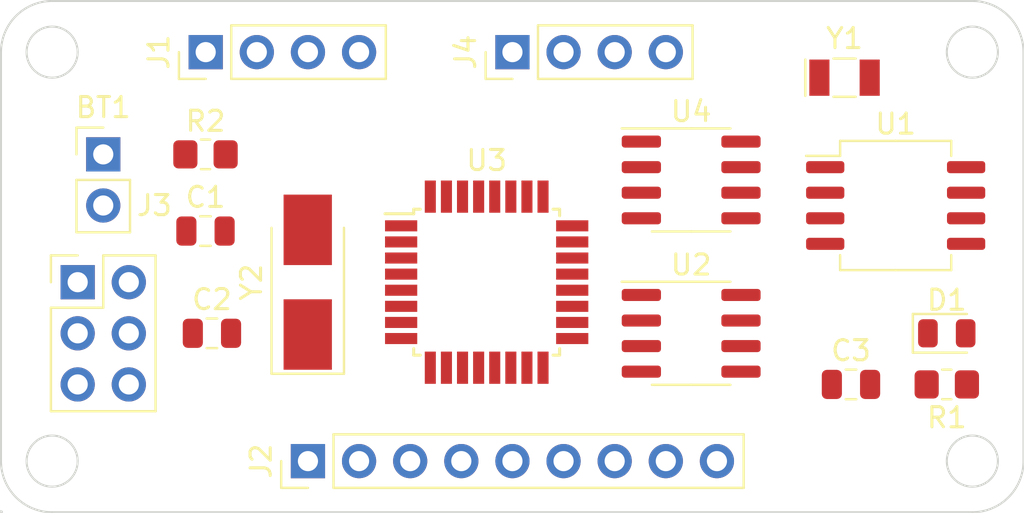
<source format=kicad_pcb>
(kicad_pcb (version 20211014) (generator pcbnew)
  (title_block (title "Arduino clone with external EEPROM") (date "2022-05-11") (rev "1") (company "GM Industries") (comment 1 "Designed by Giddie"))
  (layers (0 "F.Cu" signal) (1 "In1.Cu" power) (2 "In2.Cu" power) (31 "B.Cu" signal) (34 "B.Paste" user) (35 "F.Paste" user) (36 "B.SilkS" user "B.Silkscreen") (37 "F.SilkS" user "F.Silkscreen") (38 "B.Mask" user) (39 "F.Mask" user) (44 "Edge.Cuts" user))
  (net 0 "")
  (net 1 "/VCC")
  (net 2 "GNDPWR")
  (net 3 "Net-(C1-Pad2)")
  (net 4 "Net-(C2-Pad2)")
  (net 5 "Net-(D1-Pad1)")
  (net 6 "/SDA")
  (net 7 "/RX")
  (net 8 "/TX")
  (net 9 "/D2")
  (net 10 "/D3")
  (net 11 "/D4")
  (net 12 "/D5")
  (net 13 "/D6")
  (net 14 "/D7")
  (net 15 "/D8")
  (net 16 "/MISO")
  (net 17 "/SCK")
  (net 18 "/MOSI")
  (net 19 "/RESET")
  (net 20 "Net-(U1-Pad1)")
  (net 21 "Net-(U1-Pad2)")
  (net 23 "/ADDR1")
  (net 24 "/ADDR2")
  (footprint "Capacitor_SMD:C_0805_2012Metric" (layer "F.Cu") (at 136.21 97.79)
    (fp_text reference "C3" (at 0 -1.68) (layer "F.SilkS"))
    (fp_text value "10uF")
    (fp_line (start -0.261252 -0.735) (end 0.261252 -0.735) (layer "F.SilkS") (width 0.12))
    (fp_line (start -0.261252 0.735) (end 0.261252 0.735) (layer "F.SilkS") (width 0.12))
    (pad "1" smd roundrect locked (at -0.95 0) (size 1 1.45) (layers "F.Cu" "F.Paste" "F.Mask") (net 1 "/VCC"))
    (pad "2" smd roundrect locked (at 0.95 0) (size 1 1.45) (layers "F.Cu" "F.Paste" "F.Mask") (net 2 "GNDPWR"))
  )
  (footprint "Connector_PinHeader_2.54mm:PinHeader_1x04_P2.54mm_Vertical" (layer "F.Cu") (at 104.15 81.28 90)
    (fp_text reference "J1" (at 0 -2.33 90) (layer "F.SilkS"))
    (fp_text value "Serial")
    (fp_line (start -1.33 8.95) (end 1.33 8.95) (layer "F.SilkS") (width 0.12))
    (fp_line (start 1.33 1.27) (end 1.33 8.95) (layer "F.SilkS") (width 0.12))
    (fp_line (start -1.33 1.27) (end 1.33 1.27) (layer "F.SilkS") (width 0.12))
    (fp_line (start -1.33 1.27) (end -1.33 8.95) (layer "F.SilkS") (width 0.12))
    (fp_line (start -1.33 0) (end -1.33 -1.33) (layer "F.SilkS") (width 0.12))
    (fp_line (start -1.33 -1.33) (end 0 -1.33) (layer "F.SilkS") (width 0.12))
    (pad "1" thru_hole rect locked (at 0 0 90) (size 1.7 1.7) (drill 1) (layers *.Cu *.Mask) (net 2 "GNDPWR"))
    (pad "2" thru_hole oval locked (at 0 2.54 90) (size 1.7 1.7) (drill 1) (layers *.Cu *.Mask) (net 1 "/VCC"))
    (pad "3" thru_hole oval locked (at 0 5.08 90) (size 1.7 1.7) (drill 1) (layers *.Cu *.Mask) (net 7 "/RX"))
    (pad "4" thru_hole oval locked (at 0 7.62 90) (size 1.7 1.7) (drill 1) (layers *.Cu *.Mask) (net 8 "/TX"))
  )
  (footprint "LED_SMD:LED_0805_2012Metric" (layer "F.Cu") (at 140.97 95.25)
    (fp_text reference "D1" (at 0 -1.65) (layer "F.SilkS"))
    (fp_text value "LED")
    (fp_line (start -1.685 0.96) (end 1 0.96) (layer "F.SilkS") (width 0.12))
    (fp_line (start -1.685 -0.96) (end -1.685 0.96) (layer "F.SilkS") (width 0.12))
    (fp_line (start 1 -0.96) (end -1.685 -0.96) (layer "F.SilkS") (width 0.12))
    (pad "1" smd roundrect locked (at -0.9375 0) (size 0.975 1.4) (layers "F.Cu" "F.Paste" "F.Mask") (net 5 "Net-(D1-Pad1)"))
    (pad "2" smd roundrect locked (at 0.9375 0) (size 0.975 1.4) (layers "F.Cu" "F.Paste" "F.Mask") (net 6 "/SDA"))
  )
  (footprint "Resistor_SMD:R_0805_2012Metric_Pad1.20x1.40mm_HandSolder" (layer "F.Cu") (at 104.14 86.36)
    (fp_text reference "R2" (at 0 -1.65) (layer "F.SilkS"))
    (fp_text value "10k")
    (fp_line (start -0.227064 0.735) (end 0.227064 0.735) (layer "F.SilkS") (width 0.12))
    (fp_line (start -0.227064 -0.735) (end 0.227064 -0.735) (layer "F.SilkS") (width 0.12))
    (pad "1" smd roundrect locked (at -1 0) (size 1.2 1.4) (layers "F.Cu" "F.Paste" "F.Mask") (roundrect_rratio 0.208333) (net 1 "/VCC"))
    (pad "2" smd roundrect locked (at 1 0) (size 1.2 1.4) (layers "F.Cu" "F.Paste" "F.Mask") (roundrect_rratio 0.208333) (net 19 "/RESET"))
  )
  (footprint "Connector_PinHeader_2.54mm:PinHeader_2x03_P2.54mm_Vertical" (layer "F.Cu") (at 97.79 92.71)
    (fp_text reference "J3" (at 3.81 -3.81) (layer "F.SilkS"))
    (fp_text value "ICSP")
    (fp_line (start 1.27 -1.33) (end 3.87 -1.33) (layer "F.SilkS") (width 0.12))
    (fp_line (start -1.33 1.27) (end 1.27 1.27) (layer "F.SilkS") (width 0.12))
    (fp_line (start -1.33 1.27) (end -1.33 6.41) (layer "F.SilkS") (width 0.12))
    (fp_line (start -1.33 6.41) (end 3.87 6.41) (layer "F.SilkS") (width 0.12))
    (fp_line (start 1.27 1.27) (end 1.27 -1.33) (layer "F.SilkS") (width 0.12))
    (fp_line (start -1.33 -1.33) (end 0 -1.33) (layer "F.SilkS") (width 0.12))
    (fp_line (start 3.87 -1.33) (end 3.87 6.41) (layer "F.SilkS") (width 0.12))
    (fp_line (start -1.33 0) (end -1.33 -1.33) (layer "F.SilkS") (width 0.12))
    (pad "1" thru_hole rect locked (at 0 0) (size 1.7 1.7) (drill 1) (layers *.Cu *.Mask) (net 16 "/MISO"))
    (pad "2" thru_hole oval locked (at 2.54 0) (size 1.7 1.7) (drill 1) (layers *.Cu *.Mask) (net 1 "/VCC"))
    (pad "3" thru_hole oval locked (at 0 2.54) (size 1.7 1.7) (drill 1) (layers *.Cu *.Mask) (net 17 "/SCK"))
    (pad "4" thru_hole oval locked (at 2.54 2.54) (size 1.7 1.7) (drill 1) (layers *.Cu *.Mask) (net 18 "/MOSI"))
    (pad "5" thru_hole oval locked (at 0 5.08) (size 1.7 1.7) (drill 1) (layers *.Cu *.Mask) (net 19 "/RESET"))
    (pad "6" thru_hole oval locked (at 2.54 5.08) (size 1.7 1.7) (drill 1) (layers *.Cu *.Mask) (net 2 "GNDPWR"))
  )
  (footprint "Package_SO:SOIC-8_3.9x4.9mm_P1.27mm" (layer "F.Cu") (at 128.27 95.25)
    (fp_text reference "U2" (at 0 -3.4) (layer "F.SilkS"))
    (fp_text value "24LC1025")
    (fp_line (start 0 2.56) (end -1.95 2.56) (layer "F.SilkS") (width 0.12))
    (fp_line (start 0 2.56) (end 1.95 2.56) (layer "F.SilkS") (width 0.12))
    (fp_line (start 0 -2.56) (end -3.45 -2.56) (layer "F.SilkS") (width 0.12))
    (fp_line (start 0 -2.56) (end 1.95 -2.56) (layer "F.SilkS") (width 0.12))
    (pad "1" smd roundrect locked (at -2.475 -1.905) (size 1.95 0.6) (layers "F.Cu" "F.Paste" "F.Mask") (net 23 "/ADDR1"))
    (pad "2" smd roundrect locked (at -2.475 -0.635) (size 1.95 0.6) (layers "F.Cu" "F.Paste" "F.Mask") (net 24 "/ADDR2"))
    (pad "3" smd roundrect locked (at -2.475 0.635) (size 1.95 0.6) (layers "F.Cu" "F.Paste" "F.Mask") (net 1 "/VCC"))
    (pad "4" smd roundrect locked (at -2.475 1.905) (size 1.95 0.6) (layers "F.Cu" "F.Paste" "F.Mask") (net 2 "GNDPWR"))
    (pad "5" smd roundrect locked (at 2.475 1.905) (size 1.95 0.6) (layers "F.Cu" "F.Paste" "F.Mask") (net 6 "/SDA"))
    (pad "6" smd roundrect locked (at 2.475 0.635) (size 1.95 0.6) (layers "F.Cu" "F.Paste" "F.Mask") (net 17 "/SCK"))
    (pad "7" smd roundrect locked (at 2.475 -0.635) (size 1.95 0.6) (layers "F.Cu" "F.Paste" "F.Mask") (net 2 "GNDPWR"))
    (pad "8" smd roundrect locked (at 2.475 -1.905) (size 1.95 0.6) (layers "F.Cu" "F.Paste" "F.Mask") (net 1 "/VCC"))
  )
  (footprint "Connector_PinHeader_2.54mm:PinHeader_1x09_P2.54mm_Vertical" (layer "F.Cu") (at 109.23 101.6 90)
    (fp_text reference "J2" (at 0 -2.33 90) (layer "F.SilkS"))
    (fp_text value "Digital Pins")
    (fp_line (start -1.33 21.65) (end 1.33 21.65) (layer "F.SilkS") (width 0.12))
    (fp_line (start 1.33 1.27) (end 1.33 21.65) (layer "F.SilkS") (width 0.12))
    (fp_line (start -1.33 1.27) (end 1.33 1.27) (layer "F.SilkS") (width 0.12))
    (fp_line (start -1.33 1.27) (end -1.33 21.65) (layer "F.SilkS") (width 0.12))
    (fp_line (start -1.33 0) (end -1.33 -1.33) (layer "F.SilkS") (width 0.12))
    (fp_line (start -1.33 -1.33) (end 0 -1.33) (layer "F.SilkS") (width 0.12))
    (pad "1" thru_hole rect locked (at 0 0 90) (size 1.7 1.7) (drill 1) (layers *.Cu *.Mask) (net 9 "/D2"))
    (pad "2" thru_hole oval locked (at 0 2.54 90) (size 1.7 1.7) (drill 1) (layers *.Cu *.Mask) (net 10 "/D3"))
    (pad "3" thru_hole oval locked (at 0 5.08 90) (size 1.7 1.7) (drill 1) (layers *.Cu *.Mask) (net 11 "/D4"))
    (pad "4" thru_hole oval locked (at 0 7.62 90) (size 1.7 1.7) (drill 1) (layers *.Cu *.Mask) (net 12 "/D5"))
    (pad "5" thru_hole oval locked (at 0 10.16 90) (size 1.7 1.7) (drill 1) (layers *.Cu *.Mask) (net 13 "/D6"))
    (pad "6" thru_hole oval locked (at 0 12.7 90) (size 1.7 1.7) (drill 1) (layers *.Cu *.Mask) (net 14 "/D7"))
    (pad "7" thru_hole oval locked (at 0 15.24 90) (size 1.7 1.7) (drill 1) (layers *.Cu *.Mask) (net 15 "/D8"))
    (pad "8" thru_hole oval locked (at 0 17.78 90) (size 1.7 1.7) (drill 1) (layers *.Cu *.Mask) (net 2 "GNDPWR"))
    (pad "9" thru_hole oval locked (at 0 20.32 90) (size 1.7 1.7) (drill 1) (layers *.Cu *.Mask) (net 1 "/VCC"))
  )
  (footprint "Capacitor_SMD:C_0805_2012Metric" (layer "F.Cu") (at 104.46 95.25)
    (fp_text reference "C2" (at 0 -1.68) (layer "F.SilkS"))
    (fp_text value "220pF")
    (fp_line (start -0.261252 0.735) (end 0.261252 0.735) (layer "F.SilkS") (width 0.12))
    (fp_line (start -0.261252 -0.735) (end 0.261252 -0.735) (layer "F.SilkS") (width 0.12))
    (pad "1" smd roundrect locked (at -0.95 0) (size 1 1.45) (layers "F.Cu" "F.Paste" "F.Mask") (net 2 "GNDPWR"))
    (pad "2" smd roundrect locked (at 0.95 0) (size 1 1.45) (layers "F.Cu" "F.Paste" "F.Mask") (net 4 "Net-(C2-Pad2)"))
  )
  (footprint "Connector_PinHeader_2.54mm:PinHeader_1x02_P2.54mm_Vertical" (layer "F.Cu") (at 99.06 86.36)
    (fp_text reference "BT1" (at 0 -2.33) (layer "F.SilkS"))
    (fp_text value "Battery 3V")
    (fp_line (start -1.33 1.27) (end -1.33 3.87) (layer "F.SilkS") (width 0.12))
    (fp_line (start -1.33 -1.33) (end 0 -1.33) (layer "F.SilkS") (width 0.12))
    (fp_line (start 1.33 1.27) (end 1.33 3.87) (layer "F.SilkS") (width 0.12))
    (fp_line (start -1.33 3.87) (end 1.33 3.87) (layer "F.SilkS") (width 0.12))
    (fp_line (start -1.33 1.27) (end 1.33 1.27) (layer "F.SilkS") (width 0.12))
    (fp_line (start -1.33 0) (end -1.33 -1.33) (layer "F.SilkS") (width 0.12))
    (pad "1" thru_hole rect locked (at 0 0) (size 1.7 1.7) (drill 1) (layers *.Cu *.Mask) (net 1 "/VCC"))
    (pad "2" thru_hole oval locked (at 0 2.54) (size 1.7 1.7) (drill 1) (layers *.Cu *.Mask) (net 2 "GNDPWR"))
  )
  (footprint "Package_SO:SO-8_5.3x6.2mm_P1.27mm" (layer "F.Cu") (at 138.43 88.9)
    (fp_text reference "U1" (at 0 -4.05) (layer "F.SilkS"))
    (fp_text value "DS1337_GM")
    (fp_line (start -2.76 3.21) (end -2.76 2.465) (layer "F.SilkS") (width 0.12))
    (fp_line (start 0 -3.21) (end 2.76 -3.21) (layer "F.SilkS") (width 0.12))
    (fp_line (start 0 3.21) (end -2.76 3.21) (layer "F.SilkS") (width 0.12))
    (fp_line (start -2.76 -2.465) (end -4.45 -2.465) (layer "F.SilkS") (width 0.12))
    (fp_line (start 0 3.21) (end 2.76 3.21) (layer "F.SilkS") (width 0.12))
    (fp_line (start 0 -3.21) (end -2.76 -3.21) (layer "F.SilkS") (width 0.12))
    (fp_line (start 2.76 3.21) (end 2.76 2.465) (layer "F.SilkS") (width 0.12))
    (fp_line (start -2.76 -3.21) (end -2.76 -2.465) (layer "F.SilkS") (width 0.12))
    (fp_line (start 2.76 -3.21) (end 2.76 -2.465) (layer "F.SilkS") (width 0.12))
    (pad "1" smd roundrect locked (at -3.5 -1.905) (size 1.9 0.6) (layers "F.Cu" "F.Paste" "F.Mask") (net 20 "Net-(U1-Pad1)"))
    (pad "2" smd roundrect locked (at -3.5 -0.635) (size 1.9 0.6) (layers "F.Cu" "F.Paste" "F.Mask") (net 21 "Net-(U1-Pad2)"))
    (pad "3" smd roundrect locked (at -3.5 0.635) (size 1.9 0.6) (layers "F.Cu" "F.Paste" "F.Mask") (net 1 "/VCC"))
    (pad "4" smd roundrect locked (at -3.5 1.905) (size 1.9 0.6) (layers "F.Cu" "F.Paste" "F.Mask") (net 2 "GNDPWR"))
    (pad "5" smd roundrect locked (at 3.5 1.905) (size 1.9 0.6) (layers "F.Cu" "F.Paste" "F.Mask") (net 6 "/SDA"))
    (pad "6" smd roundrect locked (at 3.5 0.635) (size 1.9 0.6) (layers "F.Cu" "F.Paste" "F.Mask") (net 17 "/SCK"))
    (pad "7" smd roundrect locked (at 3.5 -0.635) (size 1.9 0.6) (layers "F.Cu" "F.Paste" "F.Mask"))
    (pad "8" smd roundrect locked (at 3.5 -1.905) (size 1.9 0.6) (layers "F.Cu" "F.Paste" "F.Mask") (net 1 "/VCC"))
  )
  (footprint "Capacitor_SMD:C_0805_2012Metric" (layer "F.Cu") (at 104.14 90.17)
    (fp_text reference "C1" (at 0 -1.68) (layer "F.SilkS"))
    (fp_text value "220pF")
    (fp_line (start -0.261252 0.735) (end 0.261252 0.735) (layer "F.SilkS") (width 0.12))
    (fp_line (start -0.261252 -0.735) (end 0.261252 -0.735) (layer "F.SilkS") (width 0.12))
    (pad "1" smd roundrect locked (at -0.95 0) (size 1 1.45) (layers "F.Cu" "F.Paste" "F.Mask") (net 2 "GNDPWR"))
    (pad "2" smd roundrect locked (at 0.95 0) (size 1 1.45) (layers "F.Cu" "F.Paste" "F.Mask") (net 3 "Net-(C1-Pad2)"))
  )
  (footprint "Connector_PinHeader_2.54mm:PinHeader_1x04_P2.54mm_Vertical" (layer "F.Cu") (at 119.39 81.28 90)
    (fp_text reference "J4" (at 0 -2.33 90) (layer "F.SilkS"))
    (fp_text value "I2C")
    (fp_line (start 1.33 1.27) (end 1.33 8.95) (layer "F.SilkS") (width 0.12))
    (fp_line (start -1.33 8.95) (end 1.33 8.95) (layer "F.SilkS") (width 0.12))
    (fp_line (start -1.33 1.27) (end 1.33 1.27) (layer "F.SilkS") (width 0.12))
    (fp_line (start -1.33 1.27) (end -1.33 8.95) (layer "F.SilkS") (width 0.12))
    (fp_line (start -1.33 0) (end -1.33 -1.33) (layer "F.SilkS") (width 0.12))
    (fp_line (start -1.33 -1.33) (end 0 -1.33) (layer "F.SilkS") (width 0.12))
    (pad "1" thru_hole rect locked (at 0 0 90) (size 1.7 1.7) (drill 1) (layers *.Cu *.Mask) (net 2 "GNDPWR"))
    (pad "2" thru_hole oval locked (at 0 2.54 90) (size 1.7 1.7) (drill 1) (layers *.Cu *.Mask) (net 1 "/VCC"))
    (pad "3" thru_hole oval locked (at 0 5.08 90) (size 1.7 1.7) (drill 1) (layers *.Cu *.Mask) (net 6 "/SDA"))
    (pad "4" thru_hole oval locked (at 0 7.62 90) (size 1.7 1.7) (drill 1) (layers *.Cu *.Mask) (net 17 "/SCK"))
  )
  (footprint "Package_QFP:TQFP-32_7x7mm_P0.8mm" (layer "F.Cu") (at 118.11 92.71)
    (fp_text reference "U3" (at 0 -6.05) (layer "F.SilkS"))
    (fp_text value "ATmega328P-A")
    (fp_line (start -3.625 3.625) (end -3.625 3.3) (layer "F.SilkS") (width 0.15))
    (fp_line (start 3.625 3.625) (end 3.625 3.3) (layer "F.SilkS") (width 0.15))
    (fp_line (start 3.625 -3.625) (end 3.3 -3.625) (layer "F.SilkS") (width 0.15))
    (fp_line (start 3.625 -3.625) (end 3.625 -3.3) (layer "F.SilkS") (width 0.15))
    (fp_line (start -3.625 -3.625) (end -3.625 -3.4) (layer "F.SilkS") (width 0.15))
    (fp_line (start 3.625 3.625) (end 3.3 3.625) (layer "F.SilkS") (width 0.15))
    (fp_line (start -3.625 3.625) (end -3.3 3.625) (layer "F.SilkS") (width 0.15))
    (fp_line (start -3.625 -3.625) (end -3.3 -3.625) (layer "F.SilkS") (width 0.15))
    (fp_line (start -3.625 -3.4) (end -5.05 -3.4) (layer "F.SilkS") (width 0.15))
    (pad "1" smd rect locked (at -4.25 -2.8) (size 1.6 0.55) (layers "F.Cu" "F.Paste" "F.Mask") (net 10 "/D3"))
    (pad "2" smd rect locked (at -4.25 -2) (size 1.6 0.55) (layers "F.Cu" "F.Paste" "F.Mask") (net 11 "/D4"))
    (pad "3" smd rect locked (at -4.25 -1.2) (size 1.6 0.55) (layers "F.Cu" "F.Paste" "F.Mask") (net 2 "GNDPWR"))
    (pad "4" smd rect locked (at -4.25 -0.4) (size 1.6 0.55) (layers "F.Cu" "F.Paste" "F.Mask") (net 1 "/VCC"))
    (pad "5" smd rect locked (at -4.25 0.4) (size 1.6 0.55) (layers "F.Cu" "F.Paste" "F.Mask") (net 2 "GNDPWR"))
    (pad "6" smd rect locked (at -4.25 1.2) (size 1.6 0.55) (layers "F.Cu" "F.Paste" "F.Mask") (net 1 "/VCC"))
    (pad "7" smd rect locked (at -4.25 2) (size 1.6 0.55) (layers "F.Cu" "F.Paste" "F.Mask") (net 3 "Net-(C1-Pad2)"))
    (pad "8" smd rect locked (at -4.25 2.8) (size 1.6 0.55) (layers "F.Cu" "F.Paste" "F.Mask") (net 4 "Net-(C2-Pad2)"))
    (pad "9" smd rect locked (at -2.8 4.25 90) (size 1.6 0.55) (layers "F.Cu" "F.Paste" "F.Mask") (net 12 "/D5"))
    (pad "10" smd rect locked (at -2 4.25 90) (size 1.6 0.55) (layers "F.Cu" "F.Paste" "F.Mask") (net 13 "/D6"))
    (pad "11" smd rect locked (at -1.2 4.25 90) (size 1.6 0.55) (layers "F.Cu" "F.Paste" "F.Mask") (net 14 "/D7"))
    (pad "12" smd rect locked (at -0.4 4.25 90) (size 1.6 0.55) (layers "F.Cu" "F.Paste" "F.Mask") (net 15 "/D8"))
    (pad "13" smd rect locked (at 0.4 4.25 90) (size 1.6 0.55) (layers "F.Cu" "F.Paste" "F.Mask"))
    (pad "14" smd rect locked (at 1.2 4.25 90) (size 1.6 0.55) (layers "F.Cu" "F.Paste" "F.Mask"))
    (pad "15" smd rect locked (at 2 4.25 90) (size 1.6 0.55) (layers "F.Cu" "F.Paste" "F.Mask") (net 18 "/MOSI"))
    (pad "16" smd rect locked (at 2.8 4.25 90) (size 1.6 0.55) (layers "F.Cu" "F.Paste" "F.Mask") (net 16 "/MISO"))
    (pad "17" smd rect locked (at 4.25 2.8) (size 1.6 0.55) (layers "F.Cu" "F.Paste" "F.Mask"))
    (pad "18" smd rect locked (at 4.25 2) (size 1.6 0.55) (layers "F.Cu" "F.Paste" "F.Mask") (net 1 "/VCC"))
    (pad "19" smd rect locked (at 4.25 1.2) (size 1.6 0.55) (layers "F.Cu" "F.Paste" "F.Mask"))
    (pad "20" smd rect locked (at 4.25 0.4) (size 1.6 0.55) (layers "F.Cu" "F.Paste" "F.Mask") (net 1 "/VCC"))
    (pad "21" smd rect locked (at 4.25 -0.4) (size 1.6 0.55) (layers "F.Cu" "F.Paste" "F.Mask") (net 2 "GNDPWR"))
    (pad "22" smd rect locked (at 4.25 -1.2) (size 1.6 0.55) (layers "F.Cu" "F.Paste" "F.Mask"))
    (pad "23" smd rect locked (at 4.25 -2) (size 1.6 0.55) (layers "F.Cu" "F.Paste" "F.Mask") (net 23 "/ADDR1"))
    (pad "24" smd rect locked (at 4.25 -2.8) (size 1.6 0.55) (layers "F.Cu" "F.Paste" "F.Mask") (net 24 "/ADDR2"))
    (pad "25" smd rect locked (at 2.8 -4.25 90) (size 1.6 0.55) (layers "F.Cu" "F.Paste" "F.Mask"))
    (pad "26" smd rect locked (at 2 -4.25 90) (size 1.6 0.55) (layers "F.Cu" "F.Paste" "F.Mask"))
    (pad "27" smd rect locked (at 1.2 -4.25 90) (size 1.6 0.55) (layers "F.Cu" "F.Paste" "F.Mask") (net 6 "/SDA"))
    (pad "28" smd rect locked (at 0.4 -4.25 90) (size 1.6 0.55) (layers "F.Cu" "F.Paste" "F.Mask") (net 17 "/SCK"))
    (pad "29" smd rect locked (at -0.4 -4.25 90) (size 1.6 0.55) (layers "F.Cu" "F.Paste" "F.Mask") (net 19 "/RESET"))
    (pad "30" smd rect locked (at -1.2 -4.25 90) (size 1.6 0.55) (layers "F.Cu" "F.Paste" "F.Mask") (net 7 "/RX"))
    (pad "31" smd rect locked (at -2 -4.25 90) (size 1.6 0.55) (layers "F.Cu" "F.Paste" "F.Mask") (net 8 "/TX"))
    (pad "32" smd rect locked (at -2.8 -4.25 90) (size 1.6 0.55) (layers "F.Cu" "F.Paste" "F.Mask") (net 9 "/D2"))
  )
  (footprint "Crystal:Crystal_SMD_MicroCrystal_CC7V-T1A-2Pin_3.2x1.5mm" (layer "F.Cu") (at 135.89 82.55)
    (fp_text reference "Y1" (at 0 -1.95) (layer "F.SilkS"))
    (fp_text value "Crystal 32MHz")
    (fp_line (start -0.55 -0.95) (end 0.55 -0.95) (layer "F.SilkS") (width 0.12))
    (fp_line (start -0.55 0.95) (end 0.55 0.95) (layer "F.SilkS") (width 0.12))
    (fp_line (start -1.95 -0.9) (end -1.95 0.9) (layer "F.SilkS") (width 0.12))
    (pad "1" smd rect locked (at -1.25 0) (size 1 1.8) (layers "F.Cu" "F.Paste" "F.Mask") (net 21 "Net-(U1-Pad2)"))
    (pad "2" smd rect locked (at 1.25 0) (size 1 1.8) (layers "F.Cu" "F.Paste" "F.Mask") (net 20 "Net-(U1-Pad1)"))
  )
  (footprint "Crystal:Crystal_SMD_5032-2Pin_5.0x3.2mm_HandSoldering" (layer "F.Cu") (at 109.22 92.71 90)
    (fp_text reference "Y2" (at 0 -2.8 90) (layer "F.SilkS"))
    (fp_text value "Crystal 16MHz")
    (fp_line (start -4.55 1.8) (end 2.7 1.8) (layer "F.SilkS") (width 0.12))
    (fp_line (start -4.55 -1.8) (end -4.55 1.8) (layer "F.SilkS") (width 0.12))
    (fp_line (start 2.7 -1.8) (end -4.55 -1.8) (layer "F.SilkS") (width 0.12))
    (pad "1" smd rect locked (at -2.6 0 90) (size 3.5 2.4) (layers "F.Cu" "F.Paste" "F.Mask") (net 4 "Net-(C2-Pad2)"))
    (pad "2" smd rect locked (at 2.6 0 90) (size 3.5 2.4) (layers "F.Cu" "F.Paste" "F.Mask") (net 3 "Net-(C1-Pad2)"))
  )
  (footprint "Package_SO:SOIC-8_3.9x4.9mm_P1.27mm" (layer "F.Cu") (at 128.27 87.63)
    (fp_text reference "U4" (at 0 -3.4) (layer "F.SilkS"))
    (fp_text value "24LC1025")
    (fp_line (start 0 2.56) (end 1.95 2.56) (layer "F.SilkS") (width 0.12))
    (fp_line (start 0 2.56) (end -1.95 2.56) (layer "F.SilkS") (width 0.12))
    (fp_line (start 0 -2.56) (end 1.95 -2.56) (layer "F.SilkS") (width 0.12))
    (fp_line (start 0 -2.56) (end -3.45 -2.56) (layer "F.SilkS") (width 0.12))
    (pad "1" smd roundrect locked (at -2.475 -1.905) (size 1.95 0.6) (layers "F.Cu" "F.Paste" "F.Mask") (net 23 "/ADDR1"))
    (pad "2" smd roundrect locked (at -2.475 -0.635) (size 1.95 0.6) (layers "F.Cu" "F.Paste" "F.Mask") (net 24 "/ADDR2"))
    (pad "3" smd roundrect locked (at -2.475 0.635) (size 1.95 0.6) (layers "F.Cu" "F.Paste" "F.Mask") (net 1 "/VCC"))
    (pad "4" smd roundrect locked (at -2.475 1.905) (size 1.95 0.6) (layers "F.Cu" "F.Paste" "F.Mask") (net 2 "GNDPWR"))
    (pad "5" smd roundrect locked (at 2.475 1.905) (size 1.95 0.6) (layers "F.Cu" "F.Paste" "F.Mask") (net 6 "/SDA"))
    (pad "6" smd roundrect locked (at 2.475 0.635) (size 1.95 0.6) (layers "F.Cu" "F.Paste" "F.Mask") (net 17 "/SCK"))
    (pad "7" smd roundrect locked (at 2.475 -0.635) (size 1.95 0.6) (layers "F.Cu" "F.Paste" "F.Mask") (net 2 "GNDPWR"))
    (pad "8" smd roundrect locked (at 2.475 -1.905) (size 1.95 0.6) (layers "F.Cu" "F.Paste" "F.Mask") (net 1 "/VCC"))
  )
  (footprint "Resistor_SMD:R_0805_2012Metric_Pad1.20x1.40mm_HandSolder" (layer "F.Cu") (at 140.97 97.79 180)
    (fp_text reference "R1" (at 0 -1.65) (layer "F.SilkS"))
    (fp_text value "330")
    (fp_line (start -0.227064 0.735) (end 0.227064 0.735) (layer "F.SilkS") (width 0.12))
    (fp_line (start -0.227064 -0.735) (end 0.227064 -0.735) (layer "F.SilkS") (width 0.12))
    (pad "1" smd roundrect locked (at -1 0 180) (size 1.2 1.4) (layers "F.Cu" "F.Paste" "F.Mask") (roundrect_rratio 0.208333) (net 2 "GNDPWR"))
    (pad "2" smd roundrect locked (at 1 0 180) (size 1.2 1.4) (layers "F.Cu" "F.Paste" "F.Mask") (roundrect_rratio 0.208333) (net 5 "Net-(D1-Pad1)"))
  )
  (gr_circle (center 142.24 101.6) (end 142.24 102.87) (layer "Edge.Cuts") (width 0.1) (fill none))
  (gr_circle (center 96.520001 81.280001) (end 96.520001 82.550001) (layer "Edge.Cuts") (width 0.1) (fill none))
  (gr_line (start 93.98 81.28) (end 93.98 101.6) (layer "Edge.Cuts") (width 0.1))
  (gr_arc (start 93.98 81.28) (mid 94.723949 79.483949) (end 96.52 78.74) (layer "Edge.Cuts") (width 0.1))
  (gr_arc (start 142.240001 78.739999) (mid 144.036052 79.483948) (end 144.780001 81.279999) (layer "Edge.Cuts") (width 0.1))
  (gr_arc (start 93.98 104.14) (mid 93.98 104.14) (end 93.98 104.14) (layer "Edge.Cuts") (width 0.1))
  (gr_line (start 142.240001 78.739999) (end 96.52 78.74) (layer "Edge.Cuts") (width 0.1))
  (gr_line (start 144.780001 101.600001) (end 144.780001 81.279999) (layer "Edge.Cuts") (width 0.1))
  (gr_arc (start 96.52 104.14) (mid 94.723949 103.396051) (end 93.98 101.6) (layer "Edge.Cuts") (width 0.1))
  (gr_line (start 96.52 104.14) (end 142.240001 104.140001) (layer "Edge.Cuts") (width 0.1))
  (gr_circle (center 96.52 101.6) (end 96.52 102.87) (layer "Edge.Cuts") (width 0.1) (fill none))
  (gr_circle (center 142.24 81.28) (end 142.24 82.55) (layer "Edge.Cuts") (width 0.1) (fill none))
  (gr_arc (start 144.780001 101.600001) (mid 144.036052 103.396052) (end 142.240001 104.140001) (layer "Edge.Cuts") (width 0.1))
)
</source>
